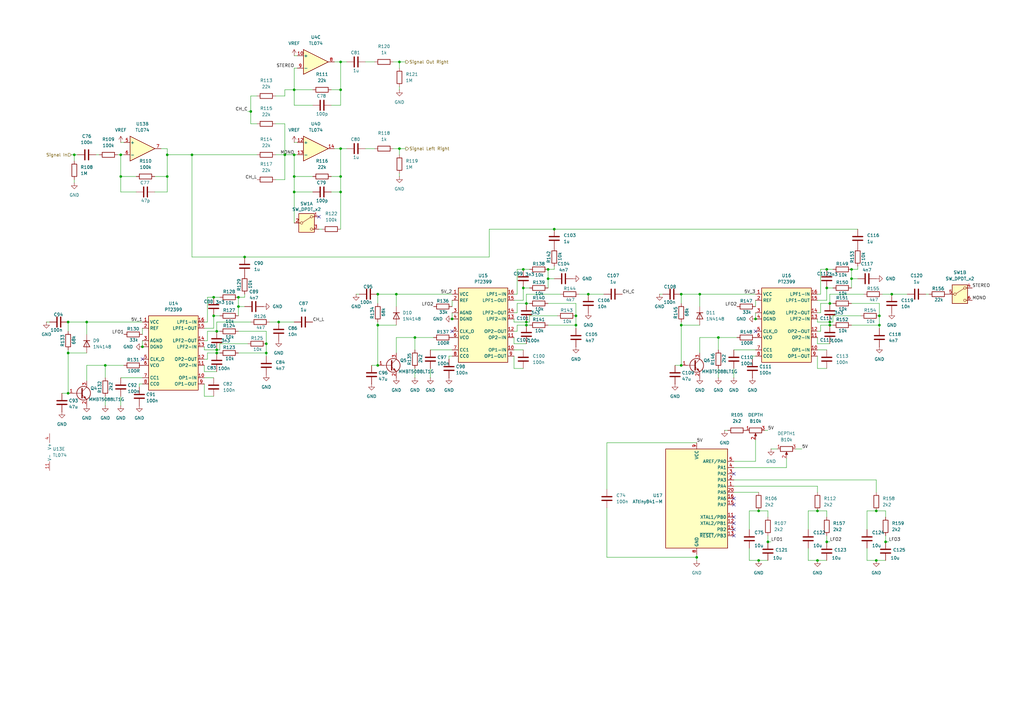
<source format=kicad_sch>
(kicad_sch (version 20250114) (generator "eeschema") (generator_version "9.0")
  (paper "A3")
  (junction (at 349.25 110.49))
  (junction (at 359.41 209.55))
  (junction (at 162.56 120.65))
  (junction (at 163.83 25.4))
  (junction (at 88.9 144.78))
  (junction (at 339.09 110.49))
  (junction (at 49.53 63.5))
  (junction (at 43.18 149.86))
  (junction (at 314.96 222.25))
  (junction (at 215.9 124.46))
  (junction (at 279.4 120.65))
  (junction (at 88.9 135.89))
  (junction (at 163.83 60.96))
  (junction (at 339.09 222.25))
  (junction (at 185.42 130.81))
  (junction (at 102.87 45.72))
  (junction (at 311.15 229.87))
  (junction (at 215.9 133.35))
  (junction (at 214.63 110.49))
  (junction (at 139.7 36.83))
  (junction (at 120.65 36.83))
  (junction (at 68.58 63.5))
  (junction (at 365.76 120.65))
  (junction (at 114.3 132.08))
  (junction (at 236.22 133.35))
  (junction (at 87.63 121.92))
  (junction (at 285.75 228.6))
  (junction (at 349.25 114.3))
  (junction (at 215.9 132.08))
  (junction (at 154.94 133.35))
  (junction (at 170.18 138.43))
  (junction (at 154.94 149.86))
  (junction (at 88.9 143.51))
  (junction (at 120.65 72.39))
  (junction (at 309.88 130.81))
  (junction (at 116.84 63.5))
  (junction (at 78.74 63.5))
  (junction (at 311.15 209.55))
  (junction (at 340.36 124.46))
  (junction (at 68.58 72.39))
  (junction (at 27.94 132.08))
  (junction (at 27.94 144.78))
  (junction (at 109.22 140.97))
  (junction (at 120.65 63.5))
  (junction (at 139.7 72.39))
  (junction (at 49.53 72.39))
  (junction (at 287.02 120.65))
  (junction (at 214.63 118.11))
  (junction (at 359.41 229.87))
  (junction (at 35.56 132.08))
  (junction (at 339.09 118.11))
  (junction (at 236.22 129.54))
  (junction (at 224.79 114.3))
  (junction (at 139.7 60.96))
  (junction (at 335.28 209.55))
  (junction (at 27.94 161.29))
  (junction (at 30.48 63.5))
  (junction (at 154.94 120.65))
  (junction (at 120.65 78.74))
  (junction (at 363.22 222.25))
  (junction (at 340.36 133.35))
  (junction (at 109.22 144.78))
  (junction (at 224.79 110.49))
  (junction (at 294.64 138.43))
  (junction (at 139.7 78.74))
  (junction (at 279.4 149.86))
  (junction (at 139.7 25.4))
  (junction (at 100.33 105.41))
  (junction (at 97.79 121.92))
  (junction (at 58.42 142.24))
  (junction (at 335.28 229.87))
  (junction (at 87.63 129.54))
  (junction (at 340.36 132.08))
  (junction (at 241.3 120.65))
  (junction (at 97.79 125.73))
  (junction (at 227.33 93.98))
  (junction (at 360.68 129.54))
  (junction (at 360.68 133.35))
  (junction (at 279.4 133.35))
  (no_connect (at 300.99 194.31))
  (no_connect (at 130.81 88.9))
  (no_connect (at 300.99 219.71))
  (no_connect (at 185.42 135.89))
  (no_connect (at 300.99 214.63))
  (no_connect (at 309.88 135.89))
  (no_connect (at 58.42 147.32))
  (no_connect (at 300.99 204.47))
  (no_connect (at 300.99 207.01))
  (no_connect (at 300.99 217.17))
  (no_connect (at 300.99 212.09))
  (wire (pts (xy 49.53 72.39) (xy 55.88 72.39)))
  (wire (pts (xy 227.33 93.98) (xy 351.79 93.98)))
  (wire (pts (xy 139.7 93.98) (xy 139.7 78.74)))
  (wire (pts (xy 110.49 132.08) (xy 114.3 132.08)))
  (wire (pts (xy 49.53 162.56) (xy 49.53 166.37)))
  (wire (pts (xy 227.33 114.3) (xy 224.79 114.3)))
  (wire (pts (xy 25.4 161.29) (xy 27.94 161.29)))
  (wire (pts (xy 27.94 135.89) (xy 27.94 132.08)))
  (wire (pts (xy 43.18 154.94) (xy 43.18 149.86)))
  (wire (pts (xy 30.48 63.5) (xy 29.21 63.5)))
  (wire (pts (xy 210.82 143.51) (xy 214.63 143.51)))
  (wire (pts (xy 139.7 72.39) (xy 135.89 72.39)))
  (wire (pts (xy 314.96 176.53) (xy 313.69 176.53)))
  (wire (pts (xy 120.65 36.83) (xy 116.84 36.83)))
  (wire (pts (xy 212.09 135.89) (xy 210.82 135.89)))
  (wire (pts (xy 279.4 132.08) (xy 279.4 133.35)))
  (wire (pts (xy 210.82 132.08) (xy 210.82 130.81)))
  (wire (pts (xy 360.68 129.54) (xy 360.68 133.35)))
  (wire (pts (xy 212.09 133.35) (xy 212.09 135.89)))
  (wire (pts (xy 355.6 209.55) (xy 359.41 209.55)))
  (wire (pts (xy 78.74 105.41) (xy 100.33 105.41)))
  (wire (pts (xy 116.84 36.83) (xy 116.84 39.37)))
  (wire (pts (xy 49.53 72.39) (xy 49.53 78.74)))
  (wire (pts (xy 355.6 224.79) (xy 355.6 229.87)))
  (wire (pts (xy 162.56 144.78) (xy 162.56 138.43)))
  (wire (pts (xy 339.09 123.19) (xy 339.09 118.11)))
  (wire (pts (xy 335.28 132.08) (xy 335.28 130.81)))
  (wire (pts (xy 176.53 143.51) (xy 185.42 143.51)))
  (wire (pts (xy 311.15 229.87) (xy 314.96 229.87)))
  (wire (pts (xy 88.9 135.89) (xy 88.9 132.08)))
  (wire (pts (xy 340.36 133.35) (xy 341.63 133.35)))
  (wire (pts (xy 236.22 133.35) (xy 236.22 134.62)))
  (wire (pts (xy 66.04 60.96) (xy 68.58 60.96)))
  (wire (pts (xy 351.79 110.49) (xy 351.79 109.22)))
  (wire (pts (xy 97.79 125.73) (xy 97.79 129.54)))
  (wire (pts (xy 19.05 132.08) (xy 20.32 132.08)))
  (wire (pts (xy 341.63 110.49) (xy 339.09 110.49)))
  (wire (pts (xy 153.67 25.4) (xy 149.86 25.4)))
  (wire (pts (xy 309.88 189.23) (xy 300.99 189.23)))
  (wire (pts (xy 224.79 114.3) (xy 224.79 118.11)))
  (wire (pts (xy 341.63 118.11) (xy 339.09 118.11)))
  (wire (pts (xy 349.25 133.35) (xy 360.68 133.35)))
  (wire (pts (xy 128.27 78.74) (xy 120.65 78.74)))
  (wire (pts (xy 335.28 123.19) (xy 339.09 123.19)))
  (wire (pts (xy 200.66 93.98) (xy 227.33 93.98)))
  (wire (pts (xy 294.64 143.51) (xy 294.64 138.43)))
  (wire (pts (xy 335.28 128.27) (xy 336.55 128.27)))
  (wire (pts (xy 212.09 124.46) (xy 215.9 124.46)))
  (wire (pts (xy 341.63 132.08) (xy 341.63 129.54)))
  (wire (pts (xy 217.17 132.08) (xy 217.17 129.54)))
  (wire (pts (xy 137.16 25.4) (xy 139.7 25.4)))
  (wire (pts (xy 335.28 199.39) (xy 300.99 199.39)))
  (wire (pts (xy 85.09 135.89) (xy 88.9 135.89)))
  (wire (pts (xy 185.42 125.73) (xy 185.42 123.19)))
  (wire (pts (xy 97.79 144.78) (xy 109.22 144.78)))
  (wire (pts (xy 120.65 132.08) (xy 114.3 132.08)))
  (wire (pts (xy 336.55 124.46) (xy 340.36 124.46)))
  (wire (pts (xy 355.6 229.87) (xy 359.41 229.87)))
  (wire (pts (xy 154.94 133.35) (xy 162.56 133.35)))
  (wire (pts (xy 212.09 120.65) (xy 212.09 110.49)))
  (wire (pts (xy 166.37 25.4) (xy 163.83 25.4)))
  (wire (pts (xy 279.4 120.65) (xy 287.02 120.65)))
  (wire (pts (xy 217.17 129.54) (xy 228.6 129.54)))
  (wire (pts (xy 217.17 118.11) (xy 214.63 118.11)))
  (wire (pts (xy 49.53 63.5) (xy 49.53 72.39)))
  (wire (pts (xy 224.79 110.49) (xy 224.79 114.3)))
  (wire (pts (xy 215.9 120.65) (xy 229.87 120.65)))
  (wire (pts (xy 68.58 63.5) (xy 78.74 63.5)))
  (wire (pts (xy 300.99 151.13) (xy 300.99 154.94)))
  (wire (pts (xy 184.15 146.05) (xy 185.42 146.05)))
  (wire (pts (xy 120.65 78.74) (xy 120.65 91.44)))
  (wire (pts (xy 314.96 222.25) (xy 314.96 219.71)))
  (wire (pts (xy 31.75 63.5) (xy 30.48 63.5)))
  (wire (pts (xy 210.82 138.43) (xy 210.82 140.97)))
  (wire (pts (xy 307.34 224.79) (xy 307.34 229.87)))
  (wire (pts (xy 363.22 209.55) (xy 363.22 212.09)))
  (wire (pts (xy 309.88 180.34) (xy 309.88 189.23)))
  (wire (pts (xy 361.95 120.65) (xy 365.76 120.65)))
  (wire (pts (xy 120.65 58.42) (xy 121.92 58.42)))
  (wire (pts (xy 322.58 191.77) (xy 300.99 191.77)))
  (wire (pts (xy 97.79 135.89) (xy 109.22 135.89)))
  (wire (pts (xy 85.09 144.78) (xy 88.9 144.78)))
  (wire (pts (xy 339.09 209.55) (xy 339.09 212.09)))
  (wire (pts (xy 55.88 78.74) (xy 49.53 78.74)))
  (wire (pts (xy 322.58 187.96) (xy 322.58 191.77)))
  (wire (pts (xy 83.82 139.7) (xy 85.09 139.7)))
  (wire (pts (xy 316.23 184.15) (xy 318.77 184.15)))
  (wire (pts (xy 227.33 110.49) (xy 227.33 109.22)))
  (wire (pts (xy 113.03 50.8) (xy 116.84 50.8)))
  (wire (pts (xy 163.83 72.39) (xy 163.83 71.12)))
  (wire (pts (xy 336.55 120.65) (xy 335.28 120.65)))
  (wire (pts (xy 137.16 60.96) (xy 139.7 60.96)))
  (wire (pts (xy 351.79 110.49) (xy 349.25 110.49)))
  (wire (pts (xy 217.17 110.49) (xy 214.63 110.49)))
  (wire (pts (xy 88.9 144.78) (xy 90.17 144.78)))
  (wire (pts (xy 63.5 78.74) (xy 68.58 78.74)))
  (wire (pts (xy 83.82 149.86) (xy 83.82 152.4)))
  (wire (pts (xy 83.82 143.51) (xy 83.82 142.24)))
  (wire (pts (xy 340.36 222.25) (xy 339.09 222.25)))
  (wire (pts (xy 139.7 72.39) (xy 139.7 78.74)))
  (wire (pts (xy 139.7 25.4) (xy 139.7 36.83)))
  (wire (pts (xy 153.67 60.96) (xy 149.86 60.96)))
  (wire (pts (xy 300.99 143.51) (xy 309.88 143.51)))
  (wire (pts (xy 128.27 43.18) (xy 120.65 43.18)))
  (wire (pts (xy 349.25 110.49) (xy 349.25 114.3)))
  (wire (pts (xy 294.64 138.43) (xy 302.26 138.43)))
  (wire (pts (xy 311.15 209.55) (xy 314.96 209.55)))
  (wire (pts (xy 340.36 124.46) (xy 340.36 120.65)))
  (wire (pts (xy 90.17 129.54) (xy 87.63 129.54)))
  (wire (pts (xy 27.94 132.08) (xy 35.56 132.08)))
  (wire (pts (xy 30.48 74.93) (xy 30.48 73.66)))
  (wire (pts (xy 162.56 125.73) (xy 162.56 120.65)))
  (wire (pts (xy 116.84 63.5) (xy 120.65 63.5)))
  (wire (pts (xy 359.41 209.55) (xy 363.22 209.55)))
  (wire (pts (xy 142.24 25.4) (xy 139.7 25.4)))
  (wire (pts (xy 331.47 209.55) (xy 335.28 209.55)))
  (wire (pts (xy 359.41 196.85) (xy 359.41 201.93)))
  (wire (pts (xy 109.22 144.78) (xy 109.22 146.05)))
  (wire (pts (xy 351.79 114.3) (xy 349.25 114.3)))
  (wire (pts (xy 335.28 138.43) (xy 335.28 140.97)))
  (wire (pts (xy 215.9 124.46) (xy 215.9 120.65)))
  (wire (pts (xy 381 120.65) (xy 379.73 120.65)))
  (wire (pts (xy 336.55 135.89) (xy 335.28 135.89)))
  (wire (pts (xy 355.6 217.17) (xy 355.6 209.55)))
  (wire (pts (xy 359.41 229.87) (xy 363.22 229.87)))
  (wire (pts (xy 78.74 63.5) (xy 78.74 105.41)))
  (wire (pts (xy 314.96 209.55) (xy 314.96 212.09)))
  (wire (pts (xy 340.36 120.65) (xy 354.33 120.65)))
  (wire (pts (xy 57.15 157.48) (xy 58.42 157.48)))
  (wire (pts (xy 154.94 124.46) (xy 154.94 120.65)))
  (wire (pts (xy 113.03 63.5) (xy 116.84 63.5)))
  (wire (pts (xy 372.11 120.65) (xy 365.76 120.65)))
  (wire (pts (xy 248.92 208.28) (xy 248.92 228.6)))
  (wire (pts (xy 287.02 120.65) (xy 309.88 120.65)))
  (wire (pts (xy 88.9 143.51) (xy 90.17 143.51)))
  (wire (pts (xy 336.55 133.35) (xy 336.55 135.89)))
  (wire (pts (xy 97.79 121.92) (xy 97.79 125.73)))
  (wire (pts (xy 335.28 209.55) (xy 339.09 209.55)))
  (wire (pts (xy 224.79 124.46) (xy 236.22 124.46)))
  (wire (pts (xy 237.49 120.65) (xy 241.3 120.65)))
  (wire (pts (xy 135.89 43.18) (xy 139.7 43.18)))
  (wire (pts (xy 336.55 110.49) (xy 339.09 110.49)))
  (wire (pts (xy 308.61 146.05) (xy 309.88 146.05)))
  (wire (pts (xy 78.74 63.5) (xy 105.41 63.5)))
  (wire (pts (xy 139.7 36.83) (xy 135.89 36.83)))
  (wire (pts (xy 154.94 132.08) (xy 154.94 133.35)))
  (wire (pts (xy 120.65 63.5) (xy 121.92 63.5)))
  (wire (pts (xy 162.56 120.65) (xy 185.42 120.65)))
  (wire (pts (xy 120.65 27.94) (xy 121.92 27.94)))
  (wire (pts (xy 35.56 156.21) (xy 35.56 149.86)))
  (wire (pts (xy 40.64 63.5) (xy 39.37 63.5)))
  (wire (pts (xy 100.33 121.92) (xy 97.79 121.92)))
  (wire (pts (xy 176.53 151.13) (xy 176.53 154.94)))
  (wire (pts (xy 120.65 72.39) (xy 120.65 78.74)))
  (wire (pts (xy 49.53 63.5) (xy 50.8 63.5)))
  (wire (pts (xy 58.42 137.16) (xy 58.42 134.62)))
  (wire (pts (xy 35.56 149.86) (xy 43.18 149.86)))
  (wire (pts (xy 279.4 124.46) (xy 279.4 120.65)))
  (wire (pts (xy 100.33 121.92) (xy 100.33 120.65)))
  (wire (pts (xy 212.09 133.35) (xy 215.9 133.35)))
  (wire (pts (xy 285.75 227.33) (xy 285.75 228.6)))
  (wire (pts (xy 287.02 125.73) (xy 287.02 120.65)))
  (wire (pts (xy 35.56 137.16) (xy 35.56 132.08)))
  (wire (pts (xy 316.23 222.25) (xy 314.96 222.25)))
  (wire (pts (xy 335.28 143.51) (xy 339.09 143.51)))
  (wire (pts (xy 113.03 73.66) (xy 116.84 73.66)))
  (wire (pts (xy 58.42 139.7) (xy 58.42 142.24)))
  (wire (pts (xy 109.22 140.97) (xy 109.22 144.78)))
  (wire (pts (xy 162.56 138.43) (xy 170.18 138.43)))
  (wire (pts (xy 163.83 25.4) (xy 163.83 27.94)))
  (wire (pts (xy 210.82 128.27) (xy 212.09 128.27)))
  (wire (pts (xy 212.09 110.49) (xy 214.63 110.49)))
  (wire (pts (xy 120.65 22.86) (xy 121.92 22.86)))
  (wire (pts (xy 120.65 27.94) (xy 120.65 36.83)))
  (wire (pts (xy 363.22 222.25) (xy 363.22 219.71)))
  (wire (pts (xy 215.9 132.08) (xy 217.17 132.08)))
  (wire (pts (xy 88.9 143.51) (xy 83.82 143.51)))
  (wire (pts (xy 307.34 209.55) (xy 311.15 209.55)))
  (wire (pts (xy 166.37 60.96) (xy 163.83 60.96)))
  (wire (pts (xy 336.55 133.35) (xy 340.36 133.35)))
  (wire (pts (xy 360.68 124.46) (xy 360.68 129.54)))
  (wire (pts (xy 120.65 72.39) (xy 128.27 72.39)))
  (wire (pts (xy 43.18 149.86) (xy 50.8 149.86)))
  (wire (pts (xy 248.92 228.6) (xy 285.75 228.6)))
  (wire (pts (xy 184.15 147.32) (xy 184.15 146.05)))
  (wire (pts (xy 120.65 36.83) (xy 120.65 43.18)))
  (wire (pts (xy 335.28 151.13) (xy 339.09 151.13)))
  (wire (pts (xy 100.33 125.73) (xy 97.79 125.73)))
  (wire (pts (xy 236.22 124.46) (xy 236.22 129.54)))
  (wire (pts (xy 339.09 222.25) (xy 339.09 219.71)))
  (wire (pts (xy 307.34 229.87) (xy 311.15 229.87)))
  (wire (pts (xy 215.9 132.08) (xy 210.82 132.08)))
  (wire (pts (xy 116.84 73.66) (xy 116.84 63.5)))
  (wire (pts (xy 210.82 140.97) (xy 215.9 140.97)))
  (wire (pts (xy 139.7 36.83) (xy 139.7 43.18)))
  (wire (pts (xy 90.17 140.97) (xy 101.6 140.97)))
  (wire (pts (xy 102.87 39.37) (xy 102.87 45.72)))
  (wire (pts (xy 340.36 124.46) (xy 341.63 124.46)))
  (wire (pts (xy 335.28 146.05) (xy 335.28 151.13)))
  (wire (pts (xy 227.33 110.49) (xy 224.79 110.49)))
  (wire (pts (xy 210.82 151.13) (xy 214.63 151.13)))
  (wire (pts (xy 68.58 72.39) (xy 63.5 72.39)))
  (wire (pts (xy 83.82 157.48) (xy 83.82 162.56)))
  (wire (pts (xy 307.34 217.17) (xy 307.34 209.55)))
  (wire (pts (xy 90.17 143.51) (xy 90.17 140.97)))
  (wire (pts (xy 340.36 132.08) (xy 341.63 132.08)))
  (wire (pts (xy 163.83 25.4) (xy 161.29 25.4)))
  (wire (pts (xy 300.99 201.93) (xy 311.15 201.93)))
  (wire (pts (xy 331.47 217.17) (xy 331.47 209.55)))
  (wire (pts (xy 336.55 120.65) (xy 336.55 110.49)))
  (wire (pts (xy 163.83 63.5) (xy 163.83 60.96)))
  (wire (pts (xy 287.02 144.78) (xy 287.02 138.43)))
  (wire (pts (xy 349.25 114.3) (xy 349.25 118.11)))
  (wire (pts (xy 83.82 152.4) (xy 88.9 152.4)))
  (wire (pts (xy 236.22 129.54) (xy 236.22 133.35)))
  (wire (pts (xy 287.02 138.43) (xy 294.64 138.43)))
  (wire (pts (xy 349.25 124.46) (xy 360.68 124.46)))
  (wire (pts (xy 85.09 132.08) (xy 85.09 121.92)))
  (wire (pts (xy 27.94 144.78) (xy 35.56 144.78)))
  (wire (pts (xy 215.9 124.46) (xy 217.17 124.46)))
  (wire (pts (xy 200.66 105.41) (xy 200.66 93.98)))
  (wire (pts (xy 215.9 133.35) (xy 217.17 133.35)))
  (wire (pts (xy 224.79 133.35) (xy 236.22 133.35)))
  (wire (pts (xy 331.47 229.87) (xy 335.28 229.87)))
  (wire (pts (xy 135.89 78.74) (xy 139.7 78.74)))
  (wire (pts (xy 87.63 134.62) (xy 87.63 129.54)))
  (wire (pts (xy 49.53 154.94) (xy 58.42 154.94)))
  (wire (pts (xy 340.36 132.08) (xy 335.28 132.08)))
  (wire (pts (xy 210.82 123.19) (xy 214.63 123.19)))
  (wire (pts (xy 85.09 144.78) (xy 85.09 147.32)))
  (wire (pts (xy 102.87 45.72) (xy 102.87 50.8)))
  (wire (pts (xy 83.82 134.62) (xy 87.63 134.62)))
  (wire (pts (xy 154.94 133.35) (xy 154.94 149.86)))
  (wire (pts (xy 170.18 143.51) (xy 170.18 138.43)))
  (wire (pts (xy 85.09 147.32) (xy 83.82 147.32)))
  (wire (pts (xy 152.4 149.86) (xy 154.94 149.86)))
  (wire (pts (xy 85.09 121.92) (xy 87.63 121.92)))
  (wire (pts (xy 248.92 181.61) (xy 285.75 181.61)))
  (wire (pts (xy 83.82 162.56) (xy 87.63 162.56)))
  (wire (pts (xy 27.94 144.78) (xy 27.94 161.29)))
  (wire (pts (xy 170.18 138.43) (xy 177.8 138.43)))
  (wire (pts (xy 120.65 36.83) (xy 128.27 36.83)))
  (wire (pts (xy 309.88 125.73) (xy 309.88 123.19)))
  (wire (pts (xy 279.4 133.35) (xy 287.02 133.35)))
  (wire (pts (xy 102.87 50.8) (xy 105.41 50.8)))
  (wire (pts (xy 90.17 121.92) (xy 87.63 121.92)))
  (wire (pts (xy 116.84 39.37) (xy 113.03 39.37)))
  (wire (pts (xy 146.05 120.65) (xy 147.32 120.65)))
  (wire (pts (xy 88.9 132.08) (xy 102.87 132.08)))
  (wire (pts (xy 214.63 123.19) (xy 214.63 118.11)))
  (wire (pts (xy 276.86 149.86) (xy 279.4 149.86)))
  (wire (pts (xy 116.84 50.8) (xy 116.84 63.5)))
  (wire (pts (xy 341.63 129.54) (xy 353.06 129.54)))
  (wire (pts (xy 300.99 196.85) (xy 359.41 196.85)))
  (wire (pts (xy 30.48 66.04) (xy 30.48 63.5)))
  (wire (pts (xy 68.58 72.39) (xy 68.58 78.74)))
  (wire (pts (xy 139.7 60.96) (xy 139.7 72.39)))
  (wire (pts (xy 364.49 222.25) (xy 363.22 222.25)))
  (wire (pts (xy 335.28 229.87) (xy 339.09 229.87)))
  (wire (pts (xy 210.82 146.05) (xy 210.82 151.13)))
  (wire (pts (xy 279.4 133.35) (xy 279.4 149.86)))
  (wire (pts (xy 83.82 154.94) (xy 87.63 154.94)))
  (wire (pts (xy 297.18 176.53) (xy 298.45 176.53)))
  (wire (pts (xy 185.42 128.27) (xy 185.42 130.81)))
  (wire (pts (xy 154.94 120.65) (xy 162.56 120.65)))
  (wire (pts (xy 85.09 135.89) (xy 85.09 139.7)))
  (wire (pts (xy 68.58 60.96) (xy 68.58 63.5)))
  (wire (pts (xy 88.9 135.89) (xy 90.17 135.89)))
  (wire (pts (xy 308.61 147.32) (xy 308.61 146.05)))
  (wire (pts (xy 335.28 201.93) (xy 335.28 199.39)))
  (wire (pts (xy 57.15 158.75) (xy 57.15 157.48)))
  (wire (pts (xy 68.58 63.5) (xy 68.58 72.39)))
  (wire (pts (xy 170.18 151.13) (xy 170.18 154.94)))
  (wire (pts (xy 85.09 132.08) (xy 83.82 132.08)))
  (wire (pts (xy 163.83 36.83) (xy 163.83 35.56)))
  (wire (pts (xy 43.18 162.56) (xy 43.18 166.37)))
  (wire (pts (xy 212.09 120.65) (xy 210.82 120.65)))
  (wire (pts (xy 335.28 140.97) (xy 340.36 140.97)))
  (wire (pts (xy 247.65 120.65) (xy 241.3 120.65)))
  (wire (pts (xy 328.93 184.15) (xy 326.39 184.15)))
  (wire (pts (xy 360.68 133.35) (xy 360.68 134.62)))
  (wire (pts (xy 27.94 143.51) (xy 27.94 144.78)))
  (wire (pts (xy 248.92 200.66) (xy 248.92 181.61)))
  (wire (pts (xy 132.08 93.98) (xy 130.81 93.98)))
  (wire (pts (xy 101.6 45.72) (xy 102.87 45.72)))
  (wire (pts (xy 35.56 132.08) (xy 58.42 132.08)))
  (wire (pts (xy 212.09 124.46) (xy 212.09 128.27)))
  (wire (pts (xy 100.33 105.41) (xy 200.66 105.41)))
  (wire (pts (xy 142.24 60.96) (xy 139.7 60.96)))
  (wire (pts (xy 309.88 128.27) (xy 309.88 130.81)))
  (wire (pts (xy 336.55 124.46) (xy 336.55 128.27)))
  (wire (pts (xy 49.53 58.42) (xy 50.8 58.42)))
  (wire (pts (xy 120.65 63.5) (xy 120.65 72.39)))
  (wire (pts (xy 331.47 224.79) (xy 331.47 229.87)))
  (wire (pts (xy 48.26 63.5) (xy 49.53 63.5)))
  (wire (pts (xy 163.83 60.96) (xy 161.29 60.96)))
  (wire (pts (xy 285.75 228.6) (xy 285.75 229.87)))
  (wire (pts (xy 109.22 135.89) (xy 109.22 140.97)))
  (wire (pts (xy 270.51 120.65) (xy 271.78 120.65)))
  (wire (pts (xy 105.41 39.37) (xy 102.87 39.37)))
  (wire (pts (xy 294.64 151.13) (xy 294.64 154.94)))
  (label "5V" (at 285.75 181.61 0))
  (label "LFO2" (at 340.36 222.25 0))
  (label "LFO2" (at 302.26 125.73 180))
  (label "5V" (at 314.96 176.53 0))
  (label "LFO3" (at 364.49 222.25 0))
  (label "CH_L" (at 128.27 132.08 0))
  (label "CH_L" (at 105.41 73.66 180))
  (label "MONO" (at 120.65 63.5 180))
  (label "STEREO" (at 120.65 27.94 180))
  (label "5V_2" (at 185.42 120.65 180))
  (label "LFO1" (at 316.23 222.25 0))
  (label "CH_C" (at 101.6 45.72 180))
  (label "LFO2" (at 177.8 125.73 180))
  (label "LFO1" (at 50.8 137.16 180))
  (label "5V_1" (at 58.42 132.08 180))
  (label "STEREO" (at 398.78 118.11 0))
  (label "CH_C" (at 255.27 120.65 0))
  (label "5V_3" (at 309.88 120.65 180))
  (label "5V" (at 328.93 184.15 0))
  (label "MONO" (at 398.78 123.19 0))
  (hierarchical_label "Signal Left Right" (shape output) (at 166.37 60.96 0))
  (hierarchical_label "Signal Out Right" (shape output) (at 166.37 25.4 0))
  (hierarchical_label "Signal In" (shape input) (at 29.21 63.5 180))
  (symbol (lib_id "Device:C") (at 275.59 120.65 270) (unit 1)
    (property "Reference" "C108" (at 277.368 117.602 90) (effects (justify right)))
    (property "Value" "100n" (at 277.114 123.952 90) (effects (justify right)))
    (property "Description" "Unpolarized capacitor" (effects (hide yes)))
  )
  (symbol (lib_id "Device:R") (at 227.33 105.41 180) (unit 1)
    (property "Reference" "R142" (at 225.044 105.41 90))
    (property "Value" "10k" (at 229.616 105.156 90))
    (property "Description" "Resistor" (effects (hide yes)))
  )
  (symbol (lib_id "Device:C") (at 87.63 158.75 0) (unit 1)
    (property "Reference" "C82" (at 91.44 157.4799 0) (effects (justify left)))
    (property "Value" "100n" (at 91.44 160.0199 0) (effects (justify left)))
    (property "Description" "Unpolarized capacitor" (effects (hide yes)))
  )
  (symbol (lib_id "Device:C") (at 340.36 137.16 0) (unit 1)
    (property "Reference" "C115" (at 336.296 139.446 0) (effects (justify left)))
    (property "Value" "100n" (at 340.868 139.7 0) (effects (justify left)))
    (property "Description" "Unpolarized capacitor" (effects (hide yes)))
  )
  (symbol (lib_id "power:GND") (at 359.41 229.87 0) (unit 1)
    (property "Reference" "#PWR0161" (effects (hide yes)))
    (property "Value" "GND" (at 359.41 234.95 0))
    (property "Description" "Power symbol creates a global label with name \"GND\" , ground" (effects (hide yes)))
  )
  (symbol (lib_id "Device:C") (at 360.68 138.43 0) (unit 1)
    (property "Reference" "C118" (at 364.49 137.1599 0) (effects (justify left)))
    (property "Value" "4n7" (at 364.49 139.6999 0) (effects (justify left)))
    (property "Description" "Unpolarized capacitor" (effects (hide yes)))
  )
  (symbol (lib_id "Device:R") (at 302.26 176.53 270) (unit 1)
    (property "Reference" "R105" (at 302.26 170.18 90))
    (property "Value" "2k2" (at 302.26 172.72 90))
    (property "Description" "Resistor" (effects (hide yes)))
  )
  (symbol (lib_id "Device:C") (at 104.14 125.73 90) (unit 1)
    (property "Reference" "C89" (at 104.14 119.634 90))
    (property "Value" "4n7" (at 104.14 122.174 90))
    (property "Description" "Unpolarized capacitor" (effects (hide yes)))
  )
  (symbol (lib_id "Device:R") (at 170.18 147.32 180) (unit 1)
    (property "Reference" "R135" (at 167.894 147.32 90))
    (property "Value" "2k2" (at 172.466 147.066 90))
    (property "Description" "Resistor" (effects (hide yes)))
  )
  (symbol (lib_id "Device:R") (at 220.98 110.49 90) (unit 1)
    (property "Reference" "R138" (at 220.98 108.204 90))
    (property "Value" "10k" (at 221.234 112.776 90))
    (property "Description" "Resistor" (effects (hide yes)))
  )
  (symbol (lib_id "Device:R") (at 105.41 140.97 90) (unit 1)
    (property "Reference" "R125" (at 105.41 138.684 90))
    (property "Value" "10k" (at 105.664 143.256 90))
    (property "Description" "Resistor" (effects (hide yes)))
  )
  (symbol (lib_id "Device:C") (at 132.08 43.18 90) (unit 1)
    (property "Reference" "C78" (at 131.826 39.37 90))
    (property "Value" "100p" (at 132.08 46.736 90))
    (property "Description" "Unpolarized capacitor" (effects (hide yes)))
  )
  (symbol (lib_id "Device:C") (at 227.33 97.79 0) (unit 1)
    (property "Reference" "C103" (at 231.14 96.5199 0) (effects (justify left)))
    (property "Value" "1u" (at 231.14 99.0599 0) (effects (justify left)))
    (property "Description" "Unpolarized capacitor" (effects (hide yes)))
  )
  (symbol (lib_id "power:GND") (at 57.15 166.37 0) (unit 1)
    (property "Reference" "#PWR0131" (effects (hide yes)))
    (property "Value" "GND" (at 57.15 171.45 0))
    (property "Description" "Power symbol creates a global label with name \"GND\" , ground" (effects (hide yes)))
  )
  (symbol (lib_id "Device:R") (at 109.22 39.37 90) (unit 1)
    (property "Reference" "R113" (at 109.22 33.02 90))
    (property "Value" "22k" (at 109.22 35.56 90))
    (property "Description" "Resistor" (effects (hide yes)))
  )
  (symbol (lib_id "Device:R") (at 335.28 205.74 0) (unit 1)
    (property "Reference" "R112" (at 337.82 204.4699 0) (effects (justify left)))
    (property "Value" "2k2" (at 337.82 207.0099 0) (effects (justify left)))
    (property "Description" "Resistor" (effects (hide yes)))
  )
  (symbol (lib_id "power:GND") (at 114.3 139.7 0) (unit 1)
    (property "Reference" "#PWR0129" (effects (hide yes)))
    (property "Value" "GND" (at 114.3 144.78 0))
    (property "Description" "Power symbol creates a global label with name \"GND\" , ground" (effects (hide yes)))
  )
  (symbol (lib_id "Device:C") (at 57.15 162.56 180) (unit 1)
    (property "Reference" "C91" (at 59.944 161.798 0) (effects (justify right)))
    (property "Value" "100n" (at 59.944 164.338 0) (effects (justify right)))
    (property "Description" "Unpolarized capacitor" (effects (hide yes)))
  )
  (symbol (lib_id "Device:R") (at 345.44 118.11 90) (unit 1)
    (property "Reference" "R150" (at 345.44 115.824 90))
    (property "Value" "10k" (at 345.694 120.396 90))
    (property "Description" "Resistor" (effects (hide yes)))
  )
  (symbol (lib_id "Device:R_Potentiometer") (at 322.58 184.15 90) (mirror x) (unit 1)
    (property "Reference" "DEPTH1" (at 322.58 177.8 90))
    (property "Value" "B10k" (at 322.58 180.34 90))
    (property "Description" "Potentiometer" (effects (hide yes)))
  )
  (symbol (lib_id "power:GND") (at 236.22 142.24 0) (unit 1)
    (property "Reference" "#PWR0146" (effects (hide yes)))
    (property "Value" "GND" (at 236.22 147.32 0))
    (property "Description" "Power symbol creates a global label with name \"GND\" , ground" (effects (hide yes)))
  )
  (symbol (lib_id "Device:C") (at 339.09 147.32 0) (unit 1)
    (property "Reference" "C113" (at 342.9 146.0499 0) (effects (justify left)))
    (property "Value" "100n" (at 342.9 148.5899 0) (effects (justify left)))
    (property "Description" "Unpolarized capacitor" (effects (hide yes)))
  )
  (symbol (lib_id "Device:C") (at 351.79 97.79 0) (unit 1)
    (property "Reference" "C116" (at 355.6 96.5199 0) (effects (justify left)))
    (property "Value" "1u" (at 355.6 99.0599 0) (effects (justify left)))
    (property "Description" "Unpolarized capacitor" (effects (hide yes)))
  )
  (symbol (lib_id "power:GND") (at 365.76 128.27 0) (unit 1)
    (property "Reference" "#PWR0157" (effects (hide yes)))
    (property "Value" "GND" (at 365.76 133.35 0))
    (property "Description" "Power symbol creates a global label with name \"GND\" , ground" (effects (hide yes)))
  )
  (symbol (lib_id "Device:C") (at 365.76 124.46 0) (unit 1)
    (property "Reference" "C119" (at 369.57 123.1899 0) (effects (justify left)))
    (property "Value" "10n" (at 369.57 125.7299 0) (effects (justify left)))
    (property "Description" "Unpolarized capacitor" (effects (hide yes)))
  )
  (symbol (lib_id "power:GND") (at 163.83 72.39 0) (unit 1)
    (property "Reference" "#PWR0126" (effects (hide yes)))
    (property "Value" "GND" (at 163.83 77.47 0))
    (property "Description" "Power symbol creates a global label with name \"GND\" , ground" (effects (hide yes)))
  )
  (symbol (lib_id "Device:R") (at 314.96 215.9 0) (unit 1)
    (property "Reference" "R107" (at 317.5 214.6299 0) (effects (justify left)))
    (property "Value" "2k2" (at 317.5 217.1699 0) (effects (justify left)))
    (property "Description" "Resistor" (effects (hide yes)))
  )
  (symbol (lib_id "Device:R") (at 157.48 60.96 90) (unit 1)
    (property "Reference" "R118" (at 157.48 54.61 90))
    (property "Value" "1k" (at 157.48 57.15 90))
    (property "Description" "Resistor" (effects (hide yes)))
  )
  (symbol (lib_id "power:GND") (at 146.05 120.65 0) (unit 1)
    (property "Reference" "#PWR0138" (effects (hide yes)))
    (property "Value" "GND" (at 146.05 125.73 0))
    (property "Description" "Power symbol creates a global label with name \"GND\" , ground" (effects (hide yes)))
  )
  (symbol (lib_id "power:GND") (at 316.23 184.15 0) (unit 1)
    (property "Reference" "#PWR0158" (effects (hide yes)))
    (property "Value" "GND" (at 316.23 189.23 0))
    (property "Description" "Power symbol creates a global label with name \"GND\" , ground" (effects (hide yes)))
  )
  (symbol (lib_id "Device:C") (at 248.92 204.47 0) (unit 1)
    (property "Reference" "C74" (at 252.73 203.1999 0) (effects (justify left)))
    (property "Value" "100n" (at 252.73 205.7399 0) (effects (justify left)))
    (property "Description" "Unpolarized capacitor" (effects (hide yes)))
  )
  (symbol (lib_id "Device:C") (at 214.63 147.32 0) (unit 1)
    (property "Reference" "C100" (at 218.44 146.0499 0) (effects (justify left)))
    (property "Value" "100n" (at 218.44 148.5899 0) (effects (justify left)))
    (property "Description" "Unpolarized capacitor" (effects (hide yes)))
  )
  (symbol (lib_id "Device:C") (at 300.99 147.32 180) (unit 1)
    (property "Reference" "C110" (at 303.784 146.558 0) (effects (justify right)))
    (property "Value" "100n" (at 303.784 149.098 0) (effects (justify right)))
    (property "Description" "Unpolarized capacitor" (effects (hide yes)))
  )
  (symbol (lib_id "Device:C") (at 88.9 148.59 0) (unit 1)
    (property "Reference" "C83" (at 84.836 150.876 0) (effects (justify left)))
    (property "Value" "100n" (at 89.408 151.13 0) (effects (justify left)))
    (property "Description" "Unpolarized capacitor" (effects (hide yes)))
  )
  (symbol (lib_id "Device:R") (at 363.22 215.9 0) (unit 1)
    (property "Reference" "R159" (at 365.76 214.6299 0) (effects (justify left)))
    (property "Value" "2k2" (at 365.76 217.1699 0) (effects (justify left)))
    (property "Description" "Resistor" (effects (hide yes)))
  )
  (symbol (lib_id "custom_power:VREF") (at 49.53 58.42 0) (unit 1)
    (property "Reference" "#PWR0123" (effects (hide yes)))
    (property "Value" "VREF" (at 49.53 53.34 0))
    (property "Description" "Power symbol creates a global label with name \"VREF\"" (effects (hide yes)))
  )
  (symbol (lib_id "custom_power:VREF") (at 120.65 22.86 0) (unit 1)
    (property "Reference" "#PWR0124" (effects (hide yes)))
    (property "Value" "VREF" (at 120.65 17.78 0))
    (property "Description" "Power symbol creates a global label with name \"VREF\"" (effects (hide yes)))
  )
  (symbol (lib_id "Device:C") (at 124.46 132.08 90) (unit 1)
    (property "Reference" "C87" (at 124.46 124.46 90))
    (property "Value" "1u" (at 124.46 127 90))
    (property "Description" "Unpolarized capacitor" (effects (hide yes)))
  )
  (symbol (lib_id "Device:R") (at 132.08 36.83 90) (unit 1)
    (property "Reference" "R111" (at 132.08 30.48 90))
    (property "Value" "22k" (at 132.08 33.02 90))
    (property "Description" "Resistor" (effects (hide yes)))
  )
  (symbol (lib_id "Device:R") (at 181.61 125.73 90) (unit 1)
    (property "Reference" "R136" (at 181.61 123.444 90))
    (property "Value" "33k" (at 181.864 128.016 90))
    (property "Description" "Resistor" (effects (hide yes)))
  )
  (symbol (lib_id "Device:C") (at 24.13 132.08 270) (unit 1)
    (property "Reference" "C94" (at 25.908 129.032 90) (effects (justify right)))
    (property "Value" "100n" (at 25.654 135.382 90) (effects (justify right)))
    (property "Description" "Unpolarized capacitor" (effects (hide yes)))
  )
  (symbol (lib_id "Device:R") (at 100.33 116.84 180) (unit 1)
    (property "Reference" "R129" (at 98.044 116.84 90))
    (property "Value" "10k" (at 102.616 116.586 90))
    (property "Description" "Resistor" (effects (hide yes)))
  )
  (symbol (lib_id "custom_parts:MMBT5088LT1G") (at 33.02 161.29 0) (unit 1)
    (property "Reference" "Q4" (at 37.084 159.258 0) (effects (justify left)))
    (property "Value" "MMBT5088LT1G" (at 36.322 163.83 0) (effects (justify left)))
    (property "Footprint" "Package_TO_SOT_SMD:SOT-23" (effects (hide yes)))
    (property "Datasheet" "https://www.onsemi.com/pdf/datasheet/mmbt5088lt1-d.pdf" (effects (hide yes)))
    (property "Description" "30V 225mW 300@1.0mA,5.0V 50mA NPN SOT-23 Bipolar (BJT) ROHS" (effects (hide yes)))
  )
  (symbol (lib_id "Amplifier_Operational:TL074") (at 58.42 60.96 0) (unit 2)
    (property "Reference" "U13" (at 58.42 50.8 0))
    (property "Value" "TL074" (at 58.42 53.34 0))
    (property "Datasheet" "http://www.ti.com/lit/ds/symlink/tl071.pdf" (effects (hide yes)))
    (property "Description" "Quad Low-Noise JFET-Input Operational Amplifiers, DIP-14/SOIC-14" (effects (hide yes)))
  )
  (symbol (lib_id "Device:C") (at 375.92 120.65 90) (unit 1)
    (property "Reference" "C120" (at 375.92 113.03 90))
    (property "Value" "1u" (at 375.92 115.57 90))
    (property "Description" "Unpolarized capacitor" (effects (hide yes)))
  )
  (symbol (lib_id "Device:R") (at 109.22 50.8 90) (unit 1)
    (property "Reference" "R115" (at 109.22 44.45 90))
    (property "Value" "22k" (at 109.22 46.99 90))
    (property "Description" "Resistor" (effects (hide yes)))
  )
  (symbol (lib_id "Switch:SW_DPDT_x2") (at 125.73 91.44 0) (unit 1)
    (property "Reference" "SW1" (at 125.73 83.566 0))
    (property "Value" "SW_DPDT_x2" (at 125.73 85.852 0))
    (property "Description" "Switch, dual pole double throw, separate symbols" (effects (hide yes)))
  )
  (symbol (lib_id "custom_parts:MMBT5088LT1G") (at 160.02 149.86 0) (unit 1)
    (property "Reference" "Q5" (at 164.084 147.828 0) (effects (justify left)))
    (property "Value" "MMBT5088LT1G" (at 163.322 152.4 0) (effects (justify left)))
    (property "Footprint" "Package_TO_SOT_SMD:SOT-23" (effects (hide yes)))
    (property "Datasheet" "https://www.onsemi.com/pdf/datasheet/mmbt5088lt1-d.pdf" (effects (hide yes)))
    (property "Description" "30V 225mW 300@1.0mA,5.0V 50mA NPN SOT-23 Bipolar (BJT) ROHS" (effects (hide yes)))
  )
  (symbol (lib_id "Device:C") (at 214.63 114.3 0) (unit 1)
    (property "Reference" "C99" (at 210.566 112.268 0) (effects (justify left)))
    (property "Value" "3n3" (at 215.392 112.522 0) (effects (justify left)))
    (property "Description" "Unpolarized capacitor" (effects (hide yes)))
  )
  (symbol (lib_id "Diode:1N4148") (at 35.56 140.97 270) (unit 1)
    (property "Reference" "D9" (at 38.1 139.6999 90) (effects (justify left)))
    (property "Value" "1N4148" (at 38.1 142.2399 90) (effects (justify left)))
    (property "Footprint" "Diode_THT:D_DO-35_SOD27_P7.62mm_Horizontal" (effects (hide yes)))
    (property "Datasheet" "https://assets.nexperia.com/documents/data-sheet/1N4148_1N4448.pdf" (effects (hide yes)))
    (property "Description" "100V 0.15A standard switching diode, DO-35" (effects (hide yes)))
    (property "Sim.Device" "D" (effects (hide yes)))
    (property "Sim.Pins" "1=K 2=A" (effects (hide yes)))
  )
  (symbol (lib_id "Device:R") (at 345.44 124.46 90) (unit 1)
    (property "Reference" "R151" (at 345.44 122.174 90))
    (property "Value" "10k" (at 345.694 126.746 90))
    (property "Description" "Resistor" (effects (hide yes)))
  )
  (symbol (lib_id "Device:R") (at 279.4 128.27 180) (unit 1)
    (property "Reference" "R145" (at 277.114 128.27 90))
    (property "Value" "68k" (at 281.686 128.016 90))
    (property "Description" "Resistor" (effects (hide yes)))
  )
  (symbol (lib_id "Device:C") (at 152.4 153.67 180) (unit 1)
    (property "Reference" "C96" (at 155.194 152.908 0) (effects (justify right)))
    (property "Value" "47u" (at 155.194 155.448 0) (effects (justify right)))
    (property "Description" "Unpolarized capacitor" (effects (hide yes)))
  )
  (symbol (lib_id "Device:C") (at 100.33 109.22 0) (unit 1)
    (property "Reference" "C90" (at 104.14 107.9499 0) (effects (justify left)))
    (property "Value" "1u" (at 104.14 110.4899 0) (effects (justify left)))
    (property "Description" "Unpolarized capacitor" (effects (hide yes)))
  )
  (symbol (lib_id "Device:C") (at 331.47 220.98 0) (unit 1)
    (property "Reference" "C122" (at 333.502 218.44 0) (effects (justify left)))
    (property "Value" "10u" (at 333.502 223.774 0) (effects (justify left)))
    (property "Description" "Unpolarized capacitor" (effects (hide yes)))
  )
  (symbol (lib_id "Device:C") (at 276.86 153.67 180) (unit 1)
    (property "Reference" "C109" (at 279.654 152.908 0) (effects (justify right)))
    (property "Value" "47u" (at 279.654 155.448 0) (effects (justify right)))
    (property "Description" "Unpolarized capacitor" (effects (hide yes)))
  )
  (symbol (lib_id "Device:C") (at 355.6 220.98 0) (unit 1)
    (property "Reference" "C124" (at 357.632 218.44 0) (effects (justify left)))
    (property "Value" "10u" (at 357.632 223.774 0) (effects (justify left)))
    (property "Description" "Unpolarized capacitor" (effects (hide yes)))
  )
  (symbol (lib_id "power:GND") (at 241.3 128.27 0) (unit 1)
    (property "Reference" "#PWR0147" (effects (hide yes)))
    (property "Value" "GND" (at 241.3 133.35 0))
    (property "Description" "Power symbol creates a global label with name \"GND\" , ground" (effects (hide yes)))
  )
  (symbol (lib_id "power:GND") (at 300.99 154.94 0) (unit 1)
    (property "Reference" "#PWR0152" (effects (hide yes)))
    (property "Value" "GND" (at 300.99 160.02 0))
    (property "Description" "Power symbol creates a global label with name \"GND\" , ground" (effects (hide yes)))
  )
  (symbol (lib_id "Device:C") (at 87.63 125.73 0) (unit 1)
    (property "Reference" "C88" (at 83.566 123.698 0) (effects (justify left)))
    (property "Value" "3n3" (at 88.392 123.952 0) (effects (justify left)))
    (property "Description" "Unpolarized capacitor" (effects (hide yes)))
  )
  (symbol (lib_id "power:GND") (at 276.86 157.48 0) (unit 1)
    (property "Reference" "#PWR0149" (effects (hide yes)))
    (property "Value" "GND" (at 276.86 162.56 0))
    (property "Description" "Power symbol creates a global label with name \"GND\" , ground" (effects (hide yes)))
  )
  (symbol (lib_id "Device:R") (at 27.94 139.7 180) (unit 1)
    (property "Reference" "R133" (at 25.654 139.7 90))
    (property "Value" "68k" (at 30.226 139.446 90))
    (property "Description" "Resistor" (effects (hide yes)))
  )
  (symbol (lib_id "Device:C") (at 339.09 114.3 0) (unit 1)
    (property "Reference" "C112" (at 335.026 112.268 0) (effects (justify left)))
    (property "Value" "3n3" (at 339.852 112.522 0) (effects (justify left)))
    (property "Description" "Unpolarized capacitor" (effects (hide yes)))
  )
  (symbol (lib_id "Device:C") (at 215.9 137.16 0) (unit 1)
    (property "Reference" "C102" (at 211.836 139.446 0) (effects (justify left)))
    (property "Value" "100n" (at 216.408 139.7 0) (effects (justify left)))
    (property "Description" "Unpolarized capacitor" (effects (hide yes)))
  )
  (symbol (lib_id "Device:C") (at 307.34 220.98 0) (unit 1)
    (property "Reference" "C75" (at 309.372 218.44 0) (effects (justify left)))
    (property "Value" "10u" (at 309.372 223.774 0) (effects (justify left)))
    (property "Description" "Unpolarized capacitor" (effects (hide yes)))
  )
  (symbol (lib_id "power:GND") (at 109.22 153.67 0) (unit 1)
    (property "Reference" "#PWR0128" (effects (hide yes)))
    (property "Value" "GND" (at 109.22 158.75 0))
    (property "Description" "Power symbol creates a global label with name \"GND\" , ground" (effects (hide yes)))
  )
  (symbol (lib_id "Device:R") (at 220.98 124.46 90) (unit 1)
    (property "Reference" "R140" (at 220.98 122.174 90))
    (property "Value" "10k" (at 221.234 126.746 90))
    (property "Description" "Resistor" (effects (hide yes)))
  )
  (symbol (lib_id "Device:C") (at 146.05 25.4 90) (unit 1)
    (property "Reference" "C81" (at 145.796 21.59 90))
    (property "Value" "1u" (at 146.05 28.956 90))
    (property "Description" "Unpolarized capacitor" (effects (hide yes)))
  )
  (symbol (lib_id "power:GND") (at 294.64 154.94 0) (unit 1)
    (property "Reference" "#PWR0151" (effects (hide yes)))
    (property "Value" "GND" (at 294.64 160.02 0))
    (property "Description" "Power symbol creates a global label with name \"GND\" , ground" (effects (hide yes)))
  )
  (symbol (lib_id "Diode:1N4148") (at 162.56 129.54 270) (unit 1)
    (property "Reference" "D10" (at 165.1 128.2699 90) (effects (justify left)))
    (property "Value" "1N4148" (at 165.1 130.8099 90) (effects (justify left)))
    (property "Footprint" "Diode_THT:D_DO-35_SOD27_P7.62mm_Horizontal" (effects (hide yes)))
    (property "Datasheet" "https://assets.nexperia.com/documents/data-sheet/1N4148_1N4448.pdf" (effects (hide yes)))
    (property "Description" "100V 0.15A standard switching diode, DO-35" (effects (hide yes)))
    (property "Sim.Device" "D" (effects (hide yes)))
    (property "Sim.Pins" "1=K 2=A" (effects (hide yes)))
  )
  (symbol (lib_id "Amplifier_Operational:TL074") (at 129.54 25.4 0) (unit 3)
    (property "Reference" "U4" (at 129.54 15.24 0))
    (property "Value" "TL074" (at 129.54 17.78 0))
    (property "Datasheet" "http://www.ti.com/lit/ds/symlink/tl071.pdf" (effects (hide yes)))
    (property "Description" "Quad Low-Noise JFET-Input Operational Amplifiers, DIP-14/SOIC-14" (effects (hide yes)))
  )
  (symbol (lib_id "Device:R") (at 345.44 110.49 90) (unit 1)
    (property "Reference" "R149" (at 345.44 108.204 90))
    (property "Value" "10k" (at 345.694 112.776 90))
    (property "Description" "Resistor" (effects (hide yes)))
  )
  (symbol (lib_id "Device:C") (at 215.9 128.27 0) (unit 1)
    (property "Reference" "C101" (at 211.836 130.556 0) (effects (justify left)))
    (property "Value" "3n3" (at 217.678 128.27 0) (effects (justify left)))
    (property "Description" "Unpolarized capacitor" (effects (hide yes)))
  )
  (symbol (lib_id "Diode:1N4148") (at 287.02 129.54 270) (unit 1)
    (property "Reference" "D11" (at 289.56 128.2699 90) (effects (justify left)))
    (property "Value" "1N4148" (at 289.56 130.8099 90) (effects (justify left)))
    (property "Footprint" "Diode_THT:D_DO-35_SOD27_P7.62mm_Horizontal" (effects (hide yes)))
    (property "Datasheet" "https://assets.nexperia.com/documents/data-sheet/1N4148_1N4448.pdf" (effects (hide yes)))
    (property "Description" "100V 0.15A standard switching diode, DO-35" (effects (hide yes)))
    (property "Sim.Device" "D" (effects (hide yes)))
    (property "Sim.Pins" "1=K 2=A" (effects (hide yes)))
  )
  (symbol (lib_id "Device:R") (at 232.41 129.54 90) (unit 1)
    (property "Reference" "R143" (at 232.41 127.254 90))
    (property "Value" "10k" (at 232.664 131.826 90))
    (property "Description" "Resistor" (effects (hide yes)))
  )
  (symbol (lib_id "Device:C") (at 109.22 149.86 0) (unit 1)
    (property "Reference" "C84" (at 113.03 148.5899 0) (effects (justify left)))
    (property "Value" "4n7" (at 113.03 151.1299 0) (effects (justify left)))
    (property "Description" "Unpolarized capacitor" (effects (hide yes)))
  )
  (symbol (lib_id "Device:R") (at 359.41 205.74 0) (unit 1)
    (property "Reference" "R158" (at 361.95 204.4699 0) (effects (justify left)))
    (property "Value" "2k2" (at 361.95 207.0099 0) (effects (justify left)))
    (property "Description" "Resistor" (effects (hide yes)))
  )
  (symbol (lib_id "Device:R") (at 339.09 215.9 0) (unit 1)
    (property "Reference" "R157" (at 341.63 214.6299 0) (effects (justify left)))
    (property "Value" "2k2" (at 341.63 217.1699 0) (effects (justify left)))
    (property "Description" "Resistor" (effects (hide yes)))
  )
  (symbol (lib_id "Device:C") (at 59.69 78.74 90) (unit 1)
    (property "Reference" "C77" (at 59.436 74.93 90))
    (property "Value" "47p" (at 59.69 82.296 90))
    (property "Description" "Unpolarized capacitor" (effects (hide yes)))
  )
  (symbol (lib_id "power:GND") (at 335.28 229.87 0) (unit 1)
    (property "Reference" "#PWR0160" (effects (hide yes)))
    (property "Value" "GND" (at 335.28 234.95 0))
    (property "Description" "Power symbol creates a global label with name \"GND\" , ground" (effects (hide yes)))
  )
  (symbol (lib_id "Device:R") (at 356.87 129.54 90) (unit 1)
    (property "Reference" "R154" (at 356.87 127.254 90))
    (property "Value" "10k" (at 357.124 131.826 90))
    (property "Description" "Resistor" (effects (hide yes)))
  )
  (symbol (lib_id "Device:R") (at 93.98 129.54 90) (unit 1)
    (property "Reference" "R127" (at 93.98 127.254 90))
    (property "Value" "10k" (at 94.234 131.826 90))
    (property "Description" "Resistor" (effects (hide yes)))
  )
  (symbol (lib_id "Device:C") (at 236.22 138.43 0) (unit 1)
    (property "Reference" "C105" (at 240.03 137.1599 0) (effects (justify left)))
    (property "Value" "4n7" (at 240.03 139.6999 0) (effects (justify left)))
    (property "Description" "Unpolarized capacitor" (effects (hide yes)))
  )
  (symbol (lib_id "Device:C") (at 340.36 128.27 0) (unit 1)
    (property "Reference" "C114" (at 336.296 130.556 0) (effects (justify left)))
    (property "Value" "3n3" (at 342.138 128.27 0) (effects (justify left)))
    (property "Description" "Unpolarized capacitor" (effects (hide yes)))
  )
  (symbol (lib_id "Device:C") (at 88.9 139.7 0) (unit 1)
    (property "Reference" "C85" (at 84.836 141.986 0) (effects (justify left)))
    (property "Value" "3n3" (at 90.678 139.7 0) (effects (justify left)))
    (property "Description" "Unpolarized capacitor" (effects (hide yes)))
  )
  (symbol (lib_id "Amplifier_Operational:TL074") (at 22.86 185.42 0) (unit 5)
    (property "Reference" "U13" (at 21.59 184.1499 0) (effects (justify left)))
    (property "Value" "TL074" (at 21.59 186.6899 0) (effects (justify left)))
    (property "Datasheet" "http://www.ti.com/lit/ds/symlink/tl071.pdf" (effects (hide yes)))
    (property "Description" "Quad Low-Noise JFET-Input Operational Amplifiers, DIP-14/SOIC-14" (effects (hide yes)))
  )
  (symbol (lib_id "Device:R") (at 135.89 93.98 90) (unit 1)
    (property "Reference" "R122" (at 135.89 87.63 90))
    (property "Value" "100k" (at 135.89 90.17 90))
    (property "Description" "Resistor" (effects (hide yes)))
  )
  (symbol (lib_id "Device:C") (at 231.14 114.3 90) (unit 1)
    (property "Reference" "C104" (at 231.14 108.204 90))
    (property "Value" "4n7" (at 231.14 110.744 90))
    (property "Description" "Unpolarized capacitor" (effects (hide yes)))
  )
  (symbol (lib_id "power:GND") (at 184.15 154.94 0) (unit 1)
    (property "Reference" "#PWR0143" (effects (hide yes)))
    (property "Value" "GND" (at 184.15 160.02 0))
    (property "Description" "Power symbol creates a global label with name \"GND\" , ground" (effects (hide yes)))
  )
  (symbol (lib_id "Device:C") (at 184.15 151.13 180) (unit 1)
    (property "Reference" "C98" (at 186.944 150.368 0) (effects (justify right)))
    (property "Value" "100n" (at 186.944 152.908 0) (effects (justify right)))
    (property "Description" "Unpolarized capacitor" (effects (hide yes)))
  )
  (symbol (lib_id "Device:R") (at 311.15 205.74 0) (unit 1)
    (property "Reference" "R106" (at 313.69 204.4699 0) (effects (justify left)))
    (property "Value" "2k2" (at 313.69 207.0099 0) (effects (justify left)))
    (property "Description" "Resistor" (effects (hide yes)))
  )
  (symbol (lib_id "Device:R") (at 109.22 73.66 90) (unit 1)
    (property "Reference" "R117" (at 109.22 67.31 90))
    (property "Value" "22k" (at 109.22 69.85 90))
    (property "Description" "Resistor" (effects (hide yes)))
  )
  (symbol (lib_id "power:GND") (at 234.95 114.3 90) (unit 1)
    (property "Reference" "#PWR0145" (effects (hide yes)))
    (property "Value" "GND" (at 238.76 114.2999 90) (effects (justify right)))
    (property "Description" "Power symbol creates a global label with name \"GND\" , ground" (effects (hide yes)))
  )
  (symbol (lib_id "Audio:PT2399") (at 198.12 133.35 0) (unit 1)
    (property "Reference" "U15" (at 198.12 113.03 0))
    (property "Value" "PT2399" (at 198.12 115.57 0))
    (property "Footprint" "Package_DIP:DIP-16_W7.62mm" (effects (hide yes)))
    (property "Datasheet" "http://www.princeton.com.tw/Portals/0/Product/PT2399_1.pdf" (effects (hide yes)))
    (property "Description" "Echo Processor IC, DIP-16" (effects (hide yes)))
  )
  (symbol (lib_id "Device:R") (at 163.83 31.75 0) (unit 1)
    (property "Reference" "R121" (at 166.37 30.4799 0) (effects (justify left)))
    (property "Value" "1M" (at 166.37 33.0199 0) (effects (justify left)))
    (property "Description" "Resistor" (effects (hide yes)))
  )
  (symbol (lib_id "Device:R") (at 306.07 138.43 90) (unit 1)
    (property "Reference" "R148" (at 306.07 136.144 90))
    (property "Value" "100R" (at 306.324 140.716 90))
    (property "Description" "Resistor" (effects (hide yes)))
  )
  (symbol (lib_id "Device:C") (at 176.53 147.32 180) (unit 1)
    (property "Reference" "C97" (at 179.324 146.558 0) (effects (justify right)))
    (property "Value" "100n" (at 179.324 149.098 0) (effects (justify right)))
    (property "Description" "Unpolarized capacitor" (effects (hide yes)))
  )
  (symbol (lib_id "custom_power:VREF") (at 120.65 58.42 0) (unit 1)
    (property "Reference" "#PWR0125" (effects (hide yes)))
    (property "Value" "VREF" (at 120.65 53.34 0))
    (property "Description" "Power symbol creates a global label with name \"VREF\"" (effects (hide yes)))
  )
  (symbol (lib_id "Switch:SW_DPDT_x2") (at 393.7 120.65 0) (unit 2)
    (property "Reference" "SW1" (at 393.7 111.76 0))
    (property "Value" "SW_DPDT_x2" (at 393.7 114.3 0))
    (property "Description" "Switch, dual pole double throw, separate symbols" (effects (hide yes)))
  )
  (symbol (lib_id "power:GND") (at 270.51 120.65 0) (unit 1)
    (property "Reference" "#PWR0148" (effects (hide yes)))
    (property "Value" "GND" (at 270.51 125.73 0))
    (property "Description" "Power symbol creates a global label with name \"GND\" , ground" (effects (hide yes)))
  )
  (symbol (lib_id "Device:R") (at 181.61 138.43 90) (unit 1)
    (property "Reference" "R137" (at 181.61 136.144 90))
    (property "Value" "100R" (at 181.864 140.716 90))
    (property "Description" "Resistor" (effects (hide yes)))
  )
  (symbol (lib_id "Device:R") (at 93.98 121.92 90) (unit 1)
    (property "Reference" "R128" (at 93.98 119.634 90))
    (property "Value" "10k" (at 94.234 124.206 90))
    (property "Description" "Resistor" (effects (hide yes)))
  )
  (symbol (lib_id "Device:R") (at 109.22 63.5 90) (unit 1)
    (property "Reference" "R114" (at 109.22 57.15 90))
    (property "Value" "22k" (at 109.22 59.69 90))
    (property "Description" "Resistor" (effects (hide yes)))
  )
  (symbol (lib_id "power:GND") (at 49.53 166.37 0) (unit 1)
    (property "Reference" "#PWR0132" (effects (hide yes)))
    (property "Value" "GND" (at 49.53 171.45 0))
    (property "Description" "Power symbol creates a global label with name \"GND\" , ground" (effects (hide yes)))
  )
  (symbol (lib_id "Device:R") (at 43.18 158.75 180) (unit 1)
    (property "Reference" "R132" (at 40.894 158.75 90))
    (property "Value" "2k2" (at 45.466 158.496 90))
    (property "Description" "Resistor" (effects (hide yes)))
  )
  (symbol (lib_id "Audio:PT2399") (at 322.58 133.35 0) (unit 1)
    (property "Reference" "U16" (at 322.58 113.03 0))
    (property "Value" "PT2399" (at 322.58 115.57 0))
    (property "Footprint" "Package_DIP:DIP-16_W7.62mm" (effects (hide yes)))
    (property "Datasheet" "http://www.princeton.com.tw/Portals/0/Product/PT2399_1.pdf" (effects (hide yes)))
    (property "Description" "Echo Processor IC, DIP-16" (effects (hide yes)))
  )
  (symbol (lib_id "Device:R") (at 220.98 133.35 90) (unit 1)
    (property "Reference" "R141" (at 220.98 131.064 90))
    (property "Value" "10k" (at 221.234 135.636 90))
    (property "Description" "Resistor" (effects (hide yes)))
  )
  (symbol (lib_id "power:GND") (at 19.05 132.08 0) (unit 1)
    (property "Reference" "#PWR0137" (effects (hide yes)))
    (property "Value" "GND" (at 19.05 137.16 0))
    (property "Description" "Power symbol creates a global label with name \"GND\" , ground" (effects (hide yes)))
  )
  (symbol (lib_id "custom_parts:MMBT5088LT1G") (at 284.48 149.86 0) (unit 1)
    (property "Reference" "Q6" (at 288.544 147.828 0) (effects (justify left)))
    (property "Value" "MMBT5088LT1G" (at 287.782 152.4 0) (effects (justify left)))
    (property "Footprint" "Package_TO_SOT_SMD:SOT-23" (effects (hide yes)))
    (property "Datasheet" "https://www.onsemi.com/pdf/datasheet/mmbt5088lt1-d.pdf" (effects (hide yes)))
    (property "Description" "30V 225mW 300@1.0mA,5.0V 50mA NPN SOT-23 Bipolar (BJT) ROHS" (effects (hide yes)))
  )
  (symbol (lib_id "power:GND") (at 163.83 36.83 0) (unit 1)
    (property "Reference" "#PWR0127" (effects (hide yes)))
    (property "Value" "GND" (at 163.83 41.91 0))
    (property "Description" "Power symbol creates a global label with name \"GND\" , ground" (effects (hide yes)))
  )
  (symbol (lib_id "power:GND") (at 176.53 154.94 0) (unit 1)
    (property "Reference" "#PWR0142" (effects (hide yes)))
    (property "Value" "GND" (at 176.53 160.02 0))
    (property "Description" "Power symbol creates a global label with name \"GND\" , ground" (effects (hide yes)))
  )
  (symbol (lib_id "Device:R") (at 294.64 147.32 180) (unit 1)
    (property "Reference" "R146" (at 292.354 147.32 90))
    (property "Value" "2k2" (at 296.926 147.066 90))
    (property "Description" "Resistor" (effects (hide yes)))
  )
  (symbol (lib_id "MCU_Microchip_ATtiny:ATtiny841-M") (at 285.75 204.47 0) (unit 1)
    (property "Reference" "U17" (at 271.78 203.1999 0) (effects (justify right)))
    (property "Value" "ATtiny841-M" (at 271.78 205.7399 0) (effects (justify right)))
    (property "Footprint" "Package_DFN_QFN:QFN-20-1EP_4x4mm_P0.5mm_EP2.6x2.6mm" (effects (hide yes)))
    (property "Datasheet" "http://ww1.microchip.com/downloads/en/DeviceDoc/Atmel-8495-8-bit-AVR-Microcontrollers-ATtiny441-ATtiny841_Datasheet.pdf" (effects (hide yes)))
    (property "Description" "16MHz, 8kB Flash, 512B SRAM, 512B EEPROM, ADC, ACI, debugWIRE, QFN-20" (effects (hide yes)))
  )
  (symbol (lib_id "Device:R") (at 59.69 72.39 90) (unit 1)
    (property "Reference" "R110" (at 59.69 66.04 90))
    (property "Value" "100k" (at 59.69 68.58 90))
    (property "Description" "Resistor" (effects (hide yes)))
  )
  (symbol (lib_id "Device:C") (at 355.6 114.3 90) (unit 1)
    (property "Reference" "C117" (at 355.6 108.204 90))
    (property "Value" "4n7" (at 355.6 110.744 90))
    (property "Description" "Unpolarized capacitor" (effects (hide yes)))
  )
  (symbol (lib_id "power:GND") (at 170.18 154.94 0) (unit 1)
    (property "Reference" "#PWR0141" (effects (hide yes)))
    (property "Value" "GND" (at 170.18 160.02 0))
    (property "Description" "Power symbol creates a global label with name \"GND\" , ground" (effects (hide yes)))
  )
  (symbol (lib_id "power:GND") (at 359.41 114.3 90) (unit 1)
    (property "Reference" "#PWR0155" (effects (hide yes)))
    (property "Value" "GND" (at 363.22 114.2999 90) (effects (justify right)))
    (property "Description" "Power symbol creates a global label with name \"GND\" , ground" (effects (hide yes)))
  )
  (symbol (lib_id "Device:C") (at 308.61 151.13 180) (unit 1)
    (property "Reference" "C111" (at 311.404 150.368 0) (effects (justify right)))
    (property "Value" "100n" (at 311.404 152.908 0) (effects (justify right)))
    (property "Description" "Unpolarized capacitor" (effects (hide yes)))
  )
  (symbol (lib_id "power:GND") (at 285.75 229.87 0) (unit 1)
    (property "Reference" "#PWR0120" (effects (hide yes)))
    (property "Value" "GND" (at 285.75 234.95 0))
    (property "Description" "Power symbol creates a global label with name \"GND\" , ground" (effects (hide yes)))
  )
  (symbol (lib_id "Device:C") (at 114.3 135.89 0) (unit 1)
    (property "Reference" "C86" (at 118.11 134.6199 0) (effects (justify left)))
    (property "Value" "10n" (at 118.11 137.1599 0) (effects (justify left)))
    (property "Description" "Unpolarized capacitor" (effects (hide yes)))
  )
  (symbol (lib_id "power:GND") (at 360.68 142.24 0) (unit 1)
    (property "Reference" "#PWR0156" (effects (hide yes)))
    (property "Value" "GND" (at 360.68 147.32 0))
    (property "Description" "Power symbol creates a global label with name \"GND\" , ground" (effects (hide yes)))
  )
  (symbol (lib_id "Device:C") (at 314.96 226.06 0) (unit 1)
    (property "Reference" "C121" (at 318.008 225.552 0) (effects (justify left)))
    (property "Value" "10u" (at 316.992 228.854 0) (effects (justify left)))
    (property "Description" "Unpolarized capacitor" (effects (hide yes)))
  )
  (symbol (lib_id "Device:R") (at 93.98 144.78 90) (unit 1)
    (property "Reference" "R123" (at 93.98 142.494 90))
    (property "Value" "10k" (at 94.234 147.066 90))
    (property "Description" "Resistor" (effects (hide yes)))
  )
  (symbol (lib_id "Device:C") (at 146.05 60.96 90) (unit 1)
    (property "Reference" "C80" (at 145.796 57.15 90))
    (property "Value" "1u" (at 146.05 64.516 90))
    (property "Description" "Unpolarized capacitor" (effects (hide yes)))
  )
  (symbol (lib_id "Device:R") (at 358.14 120.65 90) (unit 1)
    (property "Reference" "R155" (at 358.14 118.364 90))
    (property "Value" "4k7" (at 358.394 122.936 90))
    (property "Description" "Resistor" (effects (hide yes)))
  )
  (symbol (lib_id "Device:R") (at 351.79 105.41 180) (unit 1)
    (property "Reference" "R153" (at 349.504 105.41 90))
    (property "Value" "10k" (at 354.076 105.156 90))
    (property "Description" "Resistor" (effects (hide yes)))
  )
  (symbol (lib_id "power:GND") (at 311.15 229.87 0) (unit 1)
    (property "Reference" "#PWR0159" (effects (hide yes)))
    (property "Value" "GND" (at 311.15 234.95 0))
    (property "Description" "Power symbol creates a global label with name \"GND\" , ground" (effects (hide yes)))
  )
  (symbol (lib_id "Device:R") (at 93.98 135.89 90) (unit 1)
    (property "Reference" "R124" (at 93.98 133.604 90))
    (property "Value" "10k" (at 94.234 138.176 90))
    (property "Description" "Resistor" (effects (hide yes)))
  )
  (symbol (lib_id "power:GND") (at 309.88 130.81 270) (unit 1)
    (property "Reference" "#PWR0154" (effects (hide yes)))
    (property "Value" "GND" (at 306.07 130.8099 90) (effects (justify right)))
    (property "Description" "Power symbol creates a global label with name \"GND\" , ground" (effects (hide yes)))
  )
  (symbol (lib_id "Device:R") (at 233.68 120.65 90) (unit 1)
    (property "Reference" "R144" (at 233.68 118.364 90))
    (property "Value" "4k7" (at 233.934 122.936 90))
    (property "Description" "Resistor" (effects (hide yes)))
  )
  (symbol (lib_id "Device:C") (at 251.46 120.65 90) (unit 1)
    (property "Reference" "C107" (at 251.46 113.03 90))
    (property "Value" "1u" (at 251.46 115.57 90))
    (property "Description" "Unpolarized capacitor" (effects (hide yes)))
  )
  (symbol (lib_id "power:GND") (at 162.56 154.94 0) (unit 1)
    (property "Reference" "#PWR0140" (effects (hide yes)))
    (property "Value" "GND" (at 162.56 160.02 0))
    (property "Description" "Power symbol creates a global label with name \"GND\" , ground" (effects (hide yes)))
  )
  (symbol (lib_id "Device:R") (at 384.81 120.65 90) (unit 1)
    (property "Reference" "R156" (at 384.81 118.364 90))
    (property "Value" "22k" (at 385.064 122.936 90))
    (property "Description" "Resistor" (effects (hide yes)))
  )
  (symbol (lib_id "Device:R") (at 30.48 69.85 0) (unit 1)
    (property "Reference" "R108" (at 33.02 68.5799 0) (effects (justify left)))
    (property "Value" "1M" (at 33.02 71.1199 0) (effects (justify left)))
    (property "Description" "Resistor" (effects (hide yes)))
  )
  (symbol (lib_id "Device:R") (at 106.68 132.08 90) (unit 1)
    (property "Reference" "R126" (at 106.68 129.794 90))
    (property "Value" "4k7" (at 106.934 134.366 90))
    (property "Description" "Resistor" (effects (hide yes)))
  )
  (symbol (lib_id "power:GND") (at 185.42 130.81 270) (unit 1)
    (property "Reference" "#PWR0144" (effects (hide yes)))
    (property "Value" "GND" (at 181.61 130.8099 90) (effects (justify right)))
    (property "Description" "Power symbol creates a global label with name \"GND\" , ground" (effects (hide yes)))
  )
  (symbol (lib_id "Audio:PT2399") (at 71.12 144.78 0) (unit 1)
    (property "Reference" "U14" (at 71.12 124.46 0))
    (property "Value" "PT2399" (at 71.12 127 0))
    (property "Footprint" "Package_DIP:DIP-16_W7.62mm" (effects (hide yes)))
    (property "Datasheet" "http://www.princeton.com.tw/Portals/0/Product/PT2399_1.pdf" (effects (hide yes)))
    (property "Description" "Echo Processor IC, DIP-16" (effects (hide yes)))
  )
  (symbol (lib_id "power:GND") (at 58.42 142.24 270) (unit 1)
    (property "Reference" "#PWR0133" (effects (hide yes)))
    (property "Value" "GND" (at 54.61 142.2399 90) (effects (justify right)))
    (property "Description" "Power symbol creates a global label with name \"GND\" , ground" (effects (hide yes)))
  )
  (symbol (lib_id "Device:R") (at 345.44 133.35 90) (unit 1)
    (property "Reference" "R152" (at 345.44 131.064 90))
    (property "Value" "10k" (at 345.694 135.636 90))
    (property "Description" "Resistor" (effects (hide yes)))
  )
  (symbol (lib_id "Device:C") (at 25.4 165.1 180) (unit 1)
    (property "Reference" "C93" (at 28.194 164.338 0) (effects (justify right)))
    (property "Value" "47u" (at 28.194 166.878 0) (effects (justify right)))
    (property "Description" "Unpolarized capacitor" (effects (hide yes)))
  )
  (symbol (lib_id "Device:C") (at 363.22 226.06 0) (unit 1)
    (property "Reference" "C125" (at 366.268 225.552 0) (effects (justify left)))
    (property "Value" "10u" (at 365.252 228.854 0) (effects (justify left)))
    (property "Description" "Unpolarized capacitor" (effects (hide yes)))
  )
  (symbol (lib_id "Device:R") (at 220.98 118.11 90) (unit 1)
    (property "Reference" "R139" (at 220.98 115.824 90))
    (property "Value" "10k" (at 221.234 120.396 90))
    (property "Description" "Resistor" (effects (hide yes)))
  )
  (symbol (lib_id "power:GND") (at 308.61 154.94 0) (unit 1)
    (property "Reference" "#PWR0153" (effects (hide yes)))
    (property "Value" "GND" (at 308.61 160.02 0))
    (property "Description" "Power symbol creates a global label with name \"GND\" , ground" (effects (hide yes)))
  )
  (symbol (lib_id "power:GND") (at 152.4 157.48 0) (unit 1)
    (property "Reference" "#PWR0139" (effects (hide yes)))
    (property "Value" "GND" (at 152.4 162.56 0))
    (property "Description" "Power symbol creates a global label with name \"GND\" , ground" (effects (hide yes)))
  )
  (symbol (lib_id "power:GND") (at 107.95 125.73 90) (unit 1)
    (property "Reference" "#PWR0130" (effects (hide yes)))
    (property "Value" "GND" (at 111.76 125.7299 90) (effects (justify right)))
    (property "Description" "Power symbol creates a global label with name \"GND\" , ground" (effects (hide yes)))
  )
  (symbol (lib_id "power:GND") (at 43.18 166.37 0) (unit 1)
    (property "Reference" "#PWR0134" (effects (hide yes)))
    (property "Value" "GND" (at 43.18 171.45 0))
    (property "Description" "Power symbol creates a global label with name \"GND\" , ground" (effects (hide yes)))
  )
  (symbol (lib_id "power:GND") (at 35.56 166.37 0) (unit 1)
    (property "Reference" "#PWR0135" (effects (hide yes)))
    (property "Value" "GND" (at 35.56 171.45 0))
    (property "Description" "Power symbol creates a global label with name \"GND\" , ground" (effects (hide yes)))
  )
  (symbol (lib_id "Device:R") (at 54.61 149.86 90) (unit 1)
    (property "Reference" "R131" (at 54.61 147.574 90))
    (property "Value" "100R" (at 54.864 152.146 90))
    (property "Description" "Resistor" (effects (hide yes)))
  )
  (symbol (lib_id "Device:R_Potentiometer") (at 309.88 176.53 90) (mirror x) (unit 1)
    (property "Reference" "DEPTH" (at 309.88 170.18 90))
    (property "Value" "B10k" (at 309.88 172.72 90))
    (property "Description" "Potentiometer" (effects (hide yes)))
  )
  (symbol (lib_id "power:GND") (at 30.48 74.93 0) (unit 1)
    (property "Reference" "#PWR0122" (effects (hide yes)))
    (property "Value" "GND" (at 30.48 80.01 0))
    (property "Description" "Power symbol creates a global label with name \"GND\" , ground" (effects (hide yes)))
  )
  (symbol (lib_id "Device:C") (at 35.56 63.5 90) (unit 1)
    (property "Reference" "C76" (at 35.56 55.88 90))
    (property "Value" "100n" (at 35.56 58.42 90))
    (property "Description" "Unpolarized capacitor" (effects (hide yes)))
  )
  (symbol (lib_id "Device:C") (at 241.3 124.46 0) (unit 1)
    (property "Reference" "C106" (at 245.11 123.1899 0) (effects (justify left)))
    (property "Value" "10n" (at 245.11 125.7299 0) (effects (justify left)))
    (property "Description" "Unpolarized capacitor" (effects (hide yes)))
  )
  (symbol (lib_id "power:GND") (at 25.4 168.91 0) (unit 1)
    (property "Reference" "#PWR0136" (effects (hide yes)))
    (property "Value" "GND" (at 25.4 173.99 0))
    (property "Description" "Power symbol creates a global label with name \"GND\" , ground" (effects (hide yes)))
  )
  (symbol (lib_id "Device:R") (at 132.08 72.39 90) (unit 1)
    (property "Reference" "R116" (at 132.08 66.04 90))
    (property "Value" "22k" (at 132.08 68.58 90))
    (property "Description" "Resistor" (effects (hide yes)))
  )
  (symbol (lib_id "power:GND") (at 287.02 154.94 0) (unit 1)
    (property "Reference" "#PWR0150" (effects (hide yes)))
    (property "Value" "GND" (at 287.02 160.02 0))
    (property "Description" "Power symbol creates a global label with name \"GND\" , ground" (effects (hide yes)))
  )
  (symbol (lib_id "Device:C") (at 151.13 120.65 270) (unit 1)
    (property "Reference" "C95" (at 152.908 117.602 90) (effects (justify right)))
    (property "Value" "100n" (at 152.654 123.952 90) (effects (justify right)))
    (property "Description" "Unpolarized capacitor" (effects (hide yes)))
  )
  (symbol (lib_id "Device:R") (at 306.07 125.73 90) (unit 1)
    (property "Reference" "R147" (at 306.07 123.444 90))
    (property "Value" "33k" (at 306.324 128.016 90))
    (property "Description" "Resistor" (effects (hide yes)))
  )
  (symbol (lib_id "Device:R") (at 163.83 67.31 0) (unit 1)
    (property "Reference" "R119" (at 166.37 66.0399 0) (effects (justify left)))
    (property "Value" "1M" (at 166.37 68.5799 0) (effects (justify left)))
    (property "Description" "Resistor" (effects (hide yes)))
  )
  (symbol (lib_id "Device:C") (at 49.53 158.75 180) (unit 1)
    (property "Reference" "C92" (at 52.324 157.988 0) (effects (justify right)))
    (property "Value" "100n" (at 52.324 160.528 0) (effects (justify right)))
    (property "Description" "Unpolarized capacitor" (effects (hide yes)))
  )
  (symbol (lib_id "Device:R") (at 154.94 128.27 180) (unit 1)
    (property "Reference" "R134" (at 152.654 128.27 90))
    (property "Value" "68k" (at 157.226 128.016 90))
    (property "Description" "Resistor" (effects (hide yes)))
  )
  (symbol (lib_id "power:GND") (at 297.18 176.53 0) (unit 1)
    (property "Reference" "#PWR0121" (effects (hide yes)))
    (property "Value" "GND" (at 297.18 181.61 0))
    (property "Description" "Power symbol creates a global label with name \"GND\" , ground" (effects (hide yes)))
  )
  (symbol (lib_id "Device:R") (at 44.45 63.5 90) (unit 1)
    (property "Reference" "R109" (at 44.45 57.15 90))
    (property "Value" "100k" (at 44.45 59.69 90))
    (property "Description" "Resistor" (effects (hide yes)))
  )
  (symbol (lib_id "Device:R") (at 157.48 25.4 90) (unit 1)
    (property "Reference" "R120" (at 157.48 19.05 90))
    (property "Value" "1k" (at 157.48 21.59 90))
    (property "Description" "Resistor" (effects (hide yes)))
  )
  (symbol (lib_id "Device:C") (at 132.08 78.74 90) (unit 1)
    (property "Reference" "C79" (at 131.826 74.93 90))
    (property "Value" "100p" (at 132.08 82.296 90))
    (property "Description" "Unpolarized capacitor" (effects (hide yes)))
  )
  (symbol (lib_id "Device:R") (at 54.61 137.16 90) (unit 1)
    (property "Reference" "R130" (at 54.61 134.874 90))
    (property "Value" "33k" (at 54.864 139.446 90))
    (property "Description" "Resistor" (effects (hide yes)))
  )
  (symbol (lib_id "Amplifier_Operational:TL074") (at 129.54 60.96 0) (unit 4)
    (property "Reference" "U4" (at 129.54 50.8 0))
    (property "Value" "TL074" (at 129.54 53.34 0))
    (property "Datasheet" "http://www.ti.com/lit/ds/symlink/tl071.pdf" (effects (hide yes)))
    (property "Description" "Quad Low-Noise JFET-Input Operational Amplifiers, DIP-14/SOIC-14" (effects (hide yes)))
  )
  (symbol (lib_id "Device:C") (at 339.09 226.06 0) (unit 1)
    (property "Reference" "C123" (at 342.138 225.552 0) (effects (justify left)))
    (property "Value" "10u" (at 341.122 228.854 0) (effects (justify left)))
    (property "Description" "Unpolarized capacitor" (effects (hide yes)))
  )
)
</source>
